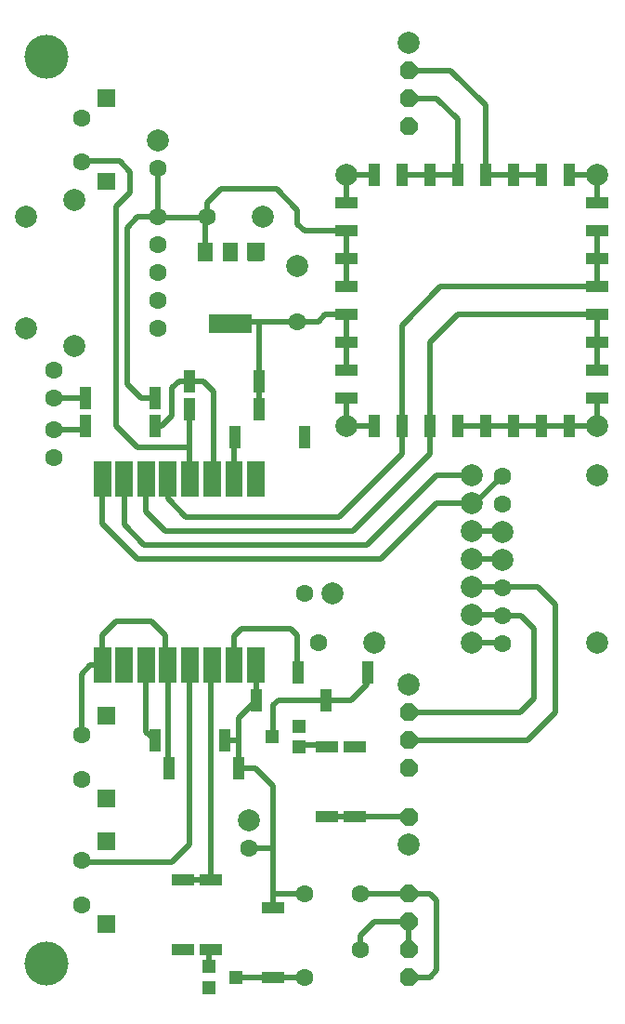
<source format=gbr>
%FSLAX34Y34*%
%MOMM*%
%LNCOPPER_TOP*%
G71*
G01*
%ADD10C, 1.60*%
%ADD11C, 1.60*%
%ADD12C, 1.60*%
%ADD13R, 1.40X1.70*%
%ADD14R, 4.00X1.70*%
%ADD15C, 1.60*%
%ADD16C, 0.50*%
%ADD17R, 1.00X2.00*%
%ADD18R, 1.00X0.80*%
%ADD19R, 1.20X1.20*%
%ADD20C, 2.00*%
%ADD21C, 4.00*%
%ADD22R, 2.00X1.00*%
%ADD23C, 2.00*%
%LPD*%
G36*
X106300Y571625D02*
X122300Y571625D01*
X122300Y539625D01*
X106300Y539625D01*
X106300Y571625D01*
G37*
G36*
X126144Y571625D02*
X142144Y571625D01*
X142144Y539625D01*
X126144Y539625D01*
X126144Y571625D01*
G37*
G36*
X145988Y571625D02*
X161988Y571625D01*
X161988Y539625D01*
X145988Y539625D01*
X145988Y571625D01*
G37*
G36*
X165831Y571625D02*
X181831Y571625D01*
X181831Y539625D01*
X165831Y539625D01*
X165831Y571625D01*
G37*
G36*
X185675Y571625D02*
X201675Y571625D01*
X201675Y539625D01*
X185675Y539625D01*
X185675Y571625D01*
G37*
G36*
X206312Y571625D02*
X222312Y571625D01*
X222312Y539625D01*
X206312Y539625D01*
X206312Y571625D01*
G37*
G36*
X226156Y571625D02*
X242156Y571625D01*
X242156Y539625D01*
X226156Y539625D01*
X226156Y571625D01*
G37*
G36*
X246000Y571625D02*
X262000Y571625D01*
X262000Y539625D01*
X246000Y539625D01*
X246000Y571625D01*
G37*
G36*
X106300Y401762D02*
X122300Y401762D01*
X122300Y369762D01*
X106300Y369762D01*
X106300Y401762D01*
G37*
G36*
X126144Y401762D02*
X142144Y401762D01*
X142144Y369762D01*
X126144Y369762D01*
X126144Y401762D01*
G37*
G36*
X145988Y401762D02*
X161988Y401762D01*
X161988Y369762D01*
X145988Y369762D01*
X145988Y401762D01*
G37*
G36*
X165831Y401762D02*
X181831Y401762D01*
X181831Y369762D01*
X165831Y369762D01*
X165831Y401762D01*
G37*
G36*
X185675Y401762D02*
X201675Y401762D01*
X201675Y369762D01*
X185675Y369762D01*
X185675Y401762D01*
G37*
G36*
X206312Y401762D02*
X222312Y401762D01*
X222312Y369762D01*
X206312Y369762D01*
X206312Y401762D01*
G37*
G36*
X226156Y401762D02*
X242156Y401762D01*
X242156Y369762D01*
X226156Y369762D01*
X226156Y401762D01*
G37*
G36*
X246000Y401762D02*
X262000Y401762D01*
X262000Y369762D01*
X246000Y369762D01*
X246000Y401762D01*
G37*
G36*
X109475Y347725D02*
X125475Y347725D01*
X125475Y331725D01*
X109475Y331725D01*
X109475Y347725D01*
G37*
G36*
X109475Y272319D02*
X125475Y272319D01*
X125475Y256319D01*
X109475Y256319D01*
X109475Y272319D01*
G37*
X95250Y281781D02*
G54D10*
D03*
X95250Y322262D02*
G54D10*
D03*
G36*
X109475Y233425D02*
X125475Y233425D01*
X125475Y217425D01*
X109475Y217425D01*
X109475Y233425D01*
G37*
G36*
X109475Y158019D02*
X125475Y158019D01*
X125475Y142019D01*
X109475Y142019D01*
X109475Y158019D01*
G37*
X95250Y167481D02*
G54D10*
D03*
X95250Y207962D02*
G54D10*
D03*
G36*
X109475Y909700D02*
X125475Y909700D01*
X125475Y893700D01*
X109475Y893700D01*
X109475Y909700D01*
G37*
G36*
X109475Y834294D02*
X125475Y834294D01*
X125475Y818294D01*
X109475Y818294D01*
X109475Y834294D01*
G37*
X95250Y843756D02*
G54D10*
D03*
X95250Y884238D02*
G54D10*
D03*
X165100Y793750D02*
G54D11*
D03*
X165100Y768350D02*
G54D11*
D03*
X165100Y742950D02*
G54D11*
D03*
X165100Y717550D02*
G54D11*
D03*
X165100Y692150D02*
G54D11*
D03*
X95245Y167485D02*
G54D10*
D03*
X95245Y281785D02*
G54D10*
D03*
X95245Y884240D02*
G54D10*
D03*
X478532Y558267D02*
G54D12*
D03*
X478532Y532867D02*
G54D12*
D03*
X478532Y507467D02*
G54D12*
D03*
X478532Y482067D02*
G54D12*
D03*
X478532Y456667D02*
G54D12*
D03*
X478532Y431267D02*
G54D12*
D03*
X478532Y405867D02*
G54D12*
D03*
X254000Y762000D02*
G54D13*
D03*
X231000Y762000D02*
G54D13*
D03*
X208000Y762000D02*
G54D13*
D03*
X231000Y697000D02*
G54D14*
D03*
G36*
X401700Y949180D02*
X397020Y944500D01*
X390380Y944500D01*
X385700Y949180D01*
X385700Y955820D01*
X390380Y960500D01*
X397020Y960500D01*
X401700Y955820D01*
X401700Y949180D01*
G37*
G36*
X401700Y923780D02*
X397020Y919100D01*
X390380Y919100D01*
X385700Y923780D01*
X385700Y930420D01*
X390380Y935100D01*
X397020Y935100D01*
X401700Y930420D01*
X401700Y923780D01*
G37*
G36*
X401700Y898380D02*
X397020Y893700D01*
X390380Y893700D01*
X385700Y898380D01*
X385700Y905020D01*
X390380Y909700D01*
X397020Y909700D01*
X401700Y905020D01*
X401700Y898380D01*
G37*
G36*
X401700Y872980D02*
X397020Y868300D01*
X390380Y868300D01*
X385700Y872980D01*
X385700Y879620D01*
X390380Y884300D01*
X397020Y884300D01*
X401700Y879620D01*
X401700Y872980D01*
G37*
G36*
X401700Y174480D02*
X397020Y169800D01*
X390380Y169800D01*
X385700Y174480D01*
X385700Y181120D01*
X390380Y185800D01*
X397020Y185800D01*
X401700Y181120D01*
X401700Y174480D01*
G37*
G36*
X401700Y149080D02*
X397020Y144400D01*
X390380Y144400D01*
X385700Y149080D01*
X385700Y155720D01*
X390380Y160400D01*
X397020Y160400D01*
X401700Y155720D01*
X401700Y149080D01*
G37*
G36*
X401700Y123680D02*
X397020Y119000D01*
X390380Y119000D01*
X385700Y123680D01*
X385700Y130320D01*
X390380Y135000D01*
X397020Y135000D01*
X401700Y130320D01*
X401700Y123680D01*
G37*
G36*
X401700Y98280D02*
X397020Y93600D01*
X390380Y93600D01*
X385700Y98280D01*
X385700Y104920D01*
X390380Y109600D01*
X397020Y109600D01*
X401700Y104920D01*
X401700Y98280D01*
G37*
G36*
X401700Y244330D02*
X397020Y239650D01*
X390380Y239650D01*
X385700Y244330D01*
X385700Y250970D01*
X390380Y255650D01*
X397020Y255650D01*
X401700Y250970D01*
X401700Y244330D01*
G37*
G36*
X401700Y218930D02*
X397020Y214250D01*
X390380Y214250D01*
X385700Y218930D01*
X385700Y225570D01*
X390380Y230250D01*
X397020Y230250D01*
X401700Y225570D01*
X401700Y218930D01*
G37*
X165100Y863600D02*
G54D15*
D03*
X165100Y838200D02*
G54D15*
D03*
G54D16*
X166183Y793189D02*
X212164Y793189D01*
X212725Y793750D01*
X260350Y793750D02*
G54D12*
D03*
X209550Y793750D02*
G54D12*
D03*
X323850Y450850D02*
G54D15*
D03*
X298450Y450850D02*
G54D15*
D03*
X361950Y406400D02*
G54D12*
D03*
X311150Y406400D02*
G54D12*
D03*
X298450Y101600D02*
G54D15*
D03*
X349250Y127000D02*
G54D15*
D03*
X349250Y177800D02*
G54D15*
D03*
X298450Y177800D02*
G54D15*
D03*
X225425Y317500D02*
G54D17*
D03*
X161925Y317500D02*
G54D17*
D03*
X238125Y292100D02*
G54D17*
D03*
X174625Y292100D02*
G54D17*
D03*
X257175Y644525D02*
G54D17*
D03*
X193675Y644525D02*
G54D17*
D03*
X257175Y619125D02*
G54D17*
D03*
X193675Y619125D02*
G54D17*
D03*
X69850Y628650D02*
G54D11*
D03*
X69850Y654050D02*
G54D11*
D03*
X69850Y600075D02*
G54D11*
D03*
X69850Y574675D02*
G54D11*
D03*
G54D16*
X193675Y555625D02*
X193675Y619125D01*
G54D16*
X257175Y619125D02*
X257175Y695325D01*
X161925Y603250D02*
G54D17*
D03*
X98425Y603250D02*
G54D17*
D03*
X161925Y628650D02*
G54D17*
D03*
X98425Y628650D02*
G54D17*
D03*
G54D16*
X69850Y628650D02*
X98425Y628650D01*
G54D16*
X161925Y628650D02*
X149225Y628650D01*
X136525Y641350D01*
X136525Y784225D01*
X146050Y793750D01*
X165622Y793750D01*
X166183Y793189D01*
X269286Y320950D02*
G54D18*
D03*
X293495Y311425D02*
G54D18*
D03*
X293495Y330475D02*
G54D18*
D03*
X293495Y311425D02*
G54D19*
D03*
X293495Y330475D02*
G54D19*
D03*
X269286Y320950D02*
G54D19*
D03*
X298450Y593725D02*
G54D17*
D03*
X234950Y593725D02*
G54D17*
D03*
G36*
X246000Y571630D02*
X262000Y571630D01*
X262000Y539630D01*
X246000Y539630D01*
X246000Y571630D01*
G37*
G36*
X293450Y603725D02*
X303450Y603725D01*
X303450Y583725D01*
X293450Y583725D01*
X293450Y603725D01*
G37*
X69850Y654050D02*
G54D15*
D03*
X69850Y574675D02*
G54D11*
D03*
G36*
X246000Y770000D02*
X262000Y770000D01*
X262000Y754000D01*
X246000Y754000D01*
X246000Y770000D01*
G37*
X361950Y406400D02*
G54D20*
D03*
X165095Y863600D02*
G54D20*
D03*
X260350Y793750D02*
G54D20*
D03*
X323855Y450855D02*
G54D20*
D03*
G54D16*
X69850Y600075D02*
X95250Y600075D01*
X98425Y603250D01*
X88900Y809625D02*
G54D20*
D03*
X88900Y676275D02*
G54D20*
D03*
X44425Y793750D02*
G54D20*
D03*
X44450Y692150D02*
G54D20*
D03*
X478532Y507467D02*
G54D20*
D03*
X478532Y482067D02*
G54D20*
D03*
X235814Y101914D02*
G54D18*
D03*
X211604Y111439D02*
G54D18*
D03*
X211604Y92389D02*
G54D18*
D03*
X211604Y111439D02*
G54D19*
D03*
X211604Y92389D02*
G54D19*
D03*
X235814Y101914D02*
G54D19*
D03*
G36*
X216604Y87389D02*
X206604Y87389D01*
X206604Y97389D01*
X216604Y97389D01*
X216604Y87389D01*
G37*
G36*
X288498Y325476D02*
X288498Y335476D01*
X298498Y335476D01*
X298498Y325476D01*
X288498Y325476D01*
G37*
G54D16*
X193675Y584200D02*
X146050Y584200D01*
X127000Y603250D01*
X127000Y803275D01*
X139700Y815975D01*
X139700Y835025D01*
X130175Y844550D01*
X96044Y844550D01*
X95250Y843756D01*
G54D16*
X114300Y385762D02*
X103188Y385762D01*
X95250Y377825D01*
X95250Y322262D01*
G54D16*
X193675Y385762D02*
X193675Y222250D01*
X177800Y206375D01*
X96838Y206375D01*
X95250Y207962D01*
X63500Y939800D02*
G54D21*
D03*
G36*
X401700Y364980D02*
X397020Y360300D01*
X390380Y360300D01*
X385700Y364980D01*
X385700Y371620D01*
X390380Y376300D01*
X397020Y376300D01*
X401700Y371620D01*
X401700Y364980D01*
G37*
G36*
X401700Y339580D02*
X397020Y334900D01*
X390380Y334900D01*
X385700Y339580D01*
X385700Y346220D01*
X390380Y350900D01*
X397020Y350900D01*
X401700Y346220D01*
X401700Y339580D01*
G37*
G36*
X401700Y314180D02*
X397020Y309500D01*
X390380Y309500D01*
X385700Y314180D01*
X385700Y320820D01*
X390380Y325500D01*
X397020Y325500D01*
X401700Y320820D01*
X401700Y314180D01*
G37*
G36*
X401700Y288780D02*
X397020Y284100D01*
X390380Y284100D01*
X385700Y288780D01*
X385700Y295420D01*
X390380Y300100D01*
X397020Y300100D01*
X401700Y295420D01*
X401700Y288780D01*
G37*
X336550Y831850D02*
G54D20*
D03*
X565150Y831850D02*
G54D20*
D03*
X565150Y603250D02*
G54D20*
D03*
X336550Y603250D02*
G54D20*
D03*
X361950Y831850D02*
G54D17*
D03*
X387350Y831850D02*
G54D17*
D03*
X412750Y831850D02*
G54D17*
D03*
X438150Y831850D02*
G54D17*
D03*
X463550Y831850D02*
G54D17*
D03*
X488950Y831850D02*
G54D17*
D03*
X514350Y831850D02*
G54D17*
D03*
X539750Y831850D02*
G54D17*
D03*
X361950Y603250D02*
G54D17*
D03*
X387350Y603250D02*
G54D17*
D03*
X412750Y603250D02*
G54D17*
D03*
X438150Y603250D02*
G54D17*
D03*
X463550Y603250D02*
G54D17*
D03*
X488950Y603250D02*
G54D17*
D03*
X514350Y603250D02*
G54D17*
D03*
X539750Y603250D02*
G54D17*
D03*
X336550Y628650D02*
G54D22*
D03*
X336550Y654050D02*
G54D22*
D03*
X336550Y679450D02*
G54D22*
D03*
X336550Y704850D02*
G54D22*
D03*
X336550Y730250D02*
G54D22*
D03*
X336550Y755650D02*
G54D22*
D03*
X336550Y781050D02*
G54D22*
D03*
X336550Y806450D02*
G54D22*
D03*
X565150Y806450D02*
G54D22*
D03*
X565150Y781050D02*
G54D22*
D03*
X565150Y755650D02*
G54D22*
D03*
X565150Y730250D02*
G54D22*
D03*
X565150Y704850D02*
G54D22*
D03*
X565150Y679450D02*
G54D22*
D03*
X565150Y654050D02*
G54D22*
D03*
X565150Y628650D02*
G54D22*
D03*
G54D16*
X165100Y793750D02*
X165100Y838200D01*
X292100Y749300D02*
G54D12*
D03*
X292100Y698500D02*
G54D12*
D03*
G54D16*
X234156Y555625D02*
X234156Y599281D01*
G54D16*
X292100Y698500D02*
X235675Y698500D01*
X234175Y697000D01*
X292100Y749300D02*
G54D20*
D03*
G54D16*
X208000Y762000D02*
X208000Y792200D01*
X209550Y793750D01*
G54D16*
X292100Y698500D02*
X311150Y698500D01*
X317500Y704850D01*
X336550Y704850D01*
X450850Y558800D02*
G54D20*
D03*
X450850Y533400D02*
G54D20*
D03*
X450850Y508000D02*
G54D20*
D03*
X450850Y482600D02*
G54D20*
D03*
X450850Y457200D02*
G54D20*
D03*
X450850Y431800D02*
G54D20*
D03*
X450850Y406400D02*
G54D20*
D03*
G54D16*
X450850Y533400D02*
X453665Y533400D01*
X478532Y558267D01*
G54D16*
X450850Y508000D02*
X477999Y508000D01*
X478532Y507467D01*
G54D16*
X450850Y482600D02*
X477999Y482600D01*
X478532Y482067D01*
G54D16*
X450850Y457200D02*
X477999Y457200D01*
X478532Y456667D01*
G54D16*
X450850Y431800D02*
X477999Y431800D01*
X478532Y431267D01*
G54D16*
X450850Y406400D02*
X477999Y406400D01*
X478532Y405867D01*
G54D16*
X134144Y555625D02*
X134144Y513556D01*
X152400Y495300D01*
X355600Y495300D01*
X419100Y558800D01*
X450850Y558800D01*
G54D16*
X114300Y555625D02*
X114300Y514350D01*
X146050Y482600D01*
X368300Y482600D01*
X419100Y533400D01*
X450850Y533400D01*
G54D16*
X153988Y555625D02*
X153988Y525462D01*
X171450Y508000D01*
X342900Y508000D01*
X412750Y577850D01*
X412750Y603250D01*
G54D16*
X173831Y555625D02*
X173831Y537369D01*
X190500Y520700D01*
X330200Y520700D01*
X387350Y577850D01*
X387350Y603250D01*
G36*
X326550Y811450D02*
X346550Y811450D01*
X346550Y801450D01*
X326550Y801450D01*
X326550Y811450D01*
G37*
G36*
X326550Y786050D02*
X346550Y786050D01*
X346550Y776050D01*
X326550Y776050D01*
X326550Y786050D01*
G37*
G36*
X326550Y760650D02*
X346550Y760650D01*
X346550Y750650D01*
X326550Y750650D01*
X326550Y760650D01*
G37*
G36*
X326550Y735250D02*
X346550Y735250D01*
X346550Y725250D01*
X326550Y725250D01*
X326550Y735250D01*
G37*
G36*
X326550Y709850D02*
X346550Y709850D01*
X346550Y699850D01*
X326550Y699850D01*
X326550Y709850D01*
G37*
G36*
X326550Y684450D02*
X346550Y684450D01*
X346550Y674450D01*
X326550Y674450D01*
X326550Y684450D01*
G37*
G36*
X326550Y659050D02*
X346550Y659050D01*
X346550Y649050D01*
X326550Y649050D01*
X326550Y659050D01*
G37*
G36*
X326550Y633650D02*
X346550Y633650D01*
X346550Y623650D01*
X326550Y623650D01*
X326550Y633650D01*
G37*
G36*
X555150Y811450D02*
X575150Y811450D01*
X575150Y801450D01*
X555150Y801450D01*
X555150Y811450D01*
G37*
G36*
X555150Y786050D02*
X575150Y786050D01*
X575150Y776050D01*
X555150Y776050D01*
X555150Y786050D01*
G37*
G36*
X555150Y760650D02*
X575150Y760650D01*
X575150Y750650D01*
X555150Y750650D01*
X555150Y760650D01*
G37*
G36*
X555150Y735250D02*
X575150Y735250D01*
X575150Y725250D01*
X555150Y725250D01*
X555150Y735250D01*
G37*
G36*
X555150Y709850D02*
X575150Y709850D01*
X575150Y699850D01*
X555150Y699850D01*
X555150Y709850D01*
G37*
G36*
X555150Y684450D02*
X575150Y684450D01*
X575150Y674450D01*
X555150Y674450D01*
X555150Y684450D01*
G37*
G36*
X555150Y659050D02*
X575150Y659050D01*
X575150Y649050D01*
X555150Y649050D01*
X555150Y659050D01*
G37*
G36*
X555150Y633650D02*
X575150Y633650D01*
X575150Y623650D01*
X555150Y623650D01*
X555150Y633650D01*
G37*
G36*
X356950Y613250D02*
X366950Y613250D01*
X366950Y593250D01*
X356950Y593250D01*
X356950Y613250D01*
G37*
G36*
X382350Y613250D02*
X392350Y613250D01*
X392350Y593250D01*
X382350Y593250D01*
X382350Y613250D01*
G37*
G36*
X407750Y613250D02*
X417750Y613250D01*
X417750Y593250D01*
X407750Y593250D01*
X407750Y613250D01*
G37*
G36*
X433150Y613250D02*
X443150Y613250D01*
X443150Y593250D01*
X433150Y593250D01*
X433150Y613250D01*
G37*
G36*
X458550Y613250D02*
X468550Y613250D01*
X468550Y593250D01*
X458550Y593250D01*
X458550Y613250D01*
G37*
G36*
X483950Y613250D02*
X493950Y613250D01*
X493950Y593250D01*
X483950Y593250D01*
X483950Y613250D01*
G37*
G36*
X509350Y613250D02*
X519350Y613250D01*
X519350Y593250D01*
X509350Y593250D01*
X509350Y613250D01*
G37*
G36*
X534750Y613250D02*
X544750Y613250D01*
X544750Y593250D01*
X534750Y593250D01*
X534750Y613250D01*
G37*
G36*
X356950Y841850D02*
X366950Y841850D01*
X366950Y821850D01*
X356950Y821850D01*
X356950Y841850D01*
G37*
G36*
X382350Y841850D02*
X392350Y841850D01*
X392350Y821850D01*
X382350Y821850D01*
X382350Y841850D01*
G37*
G36*
X407750Y841850D02*
X417750Y841850D01*
X417750Y821850D01*
X407750Y821850D01*
X407750Y841850D01*
G37*
G36*
X433150Y841850D02*
X443150Y841850D01*
X443150Y821850D01*
X433150Y821850D01*
X433150Y841850D01*
G37*
G36*
X458550Y841850D02*
X468550Y841850D01*
X468550Y821850D01*
X458550Y821850D01*
X458550Y841850D01*
G37*
G36*
X483950Y841850D02*
X493950Y841850D01*
X493950Y821850D01*
X483950Y821850D01*
X483950Y841850D01*
G37*
G36*
X509350Y841850D02*
X519350Y841850D01*
X519350Y821850D01*
X509350Y821850D01*
X509350Y841850D01*
G37*
G36*
X534750Y841850D02*
X544750Y841850D01*
X544750Y821850D01*
X534750Y821850D01*
X534750Y841850D01*
G37*
G54D16*
X209550Y793750D02*
X209550Y806450D01*
X222250Y819150D01*
X273050Y819150D01*
X292100Y800100D01*
X292100Y787400D01*
X298450Y781050D01*
X336550Y781050D01*
G54D16*
X336550Y806450D02*
X336550Y831850D01*
X361950Y831850D01*
G54D16*
X539750Y831850D02*
X565150Y831850D01*
X565150Y806450D01*
G54D16*
X336550Y628650D02*
X336550Y603250D01*
X361950Y603250D01*
G54D16*
X438150Y603250D02*
X565150Y603250D01*
X565150Y628650D01*
X393700Y952500D02*
G54D20*
D03*
G54D16*
X438150Y831850D02*
X438150Y882650D01*
X419100Y901700D01*
X393700Y901700D01*
G54D16*
X393700Y927100D02*
X431800Y927100D01*
X463550Y895350D01*
X463550Y831850D01*
X393700Y368300D02*
G54D20*
D03*
G54D16*
X478532Y431267D02*
X495833Y431267D01*
X508000Y419100D01*
X508000Y355600D01*
X495300Y342900D01*
X393700Y342900D01*
G54D16*
X393700Y317500D02*
X501650Y317500D01*
X527050Y342900D01*
X527050Y441325D01*
X511175Y457200D01*
X479065Y457200D01*
X478532Y456667D01*
X344534Y248144D02*
G54D22*
D03*
X344534Y311644D02*
G54D22*
D03*
G54D16*
X315959Y248144D02*
X393206Y248144D01*
X393700Y247650D01*
X319134Y248144D02*
G54D22*
D03*
X319134Y311644D02*
G54D22*
D03*
X254404Y353887D02*
G54D17*
D03*
X317904Y353887D02*
G54D17*
D03*
G54D16*
X291031Y312942D02*
X317836Y312942D01*
X319134Y311644D01*
G54D16*
X317904Y353887D02*
X274512Y353887D01*
X269875Y349250D01*
X269875Y321539D01*
X269286Y320950D01*
X292504Y379287D02*
G54D17*
D03*
X356004Y379287D02*
G54D17*
D03*
G54D16*
X317904Y353887D02*
X341187Y353887D01*
X355600Y368300D01*
X355600Y378883D01*
X356004Y379287D01*
G54D16*
X234156Y385762D02*
X234156Y411956D01*
X241300Y419100D01*
X285750Y419100D01*
X292100Y412750D01*
X292100Y379691D01*
X292504Y379287D01*
G54D16*
X254404Y353887D02*
X254404Y380596D01*
X254000Y381000D01*
G36*
X334535Y316640D02*
X354535Y316640D01*
X354535Y306640D01*
X334535Y306640D01*
X334535Y316640D01*
G37*
G54D16*
X173831Y385762D02*
X173831Y292894D01*
X174625Y292100D01*
G54D16*
X153988Y385762D02*
X153988Y325438D01*
X161925Y317500D01*
G54D16*
X225425Y317500D02*
X234950Y317500D01*
G54D16*
X238125Y292100D02*
X238125Y337608D01*
X254404Y353887D01*
X393700Y222250D02*
G54D23*
D03*
G54D16*
X349250Y177800D02*
X393700Y177800D01*
G54D16*
X349250Y127000D02*
X349250Y139700D01*
X361950Y152400D01*
X393700Y152400D01*
G54D16*
X393700Y152400D02*
X393700Y127000D01*
G54D16*
X393700Y177800D02*
X412750Y177800D01*
X419100Y171450D01*
X419100Y107950D01*
X412750Y101600D01*
X393700Y101600D01*
X269875Y101600D02*
G54D22*
D03*
X269875Y165100D02*
G54D22*
D03*
G54D16*
X298450Y177800D02*
X269875Y177800D01*
X269875Y165100D01*
G54D16*
X269875Y101600D02*
X298450Y101600D01*
G54D16*
X269875Y177800D02*
X269875Y276225D01*
X254000Y292100D01*
X238125Y292100D01*
G54D16*
X235814Y101914D02*
X269561Y101914D01*
X269875Y101600D01*
X212725Y127000D02*
G54D22*
D03*
X212725Y190500D02*
G54D22*
D03*
G54D16*
X212725Y190500D02*
X212725Y384175D01*
X214312Y385762D01*
G54D16*
X211604Y111439D02*
X211604Y125879D01*
X212725Y127000D01*
X187325Y127000D02*
G54D22*
D03*
X187325Y190500D02*
G54D22*
D03*
G54D16*
X184150Y190500D02*
X212725Y190500D01*
G36*
X177325Y132000D02*
X197325Y132000D01*
X197325Y122000D01*
X177325Y122000D01*
X177325Y132000D01*
G37*
X63500Y114300D02*
G54D21*
D03*
G54D16*
X161925Y603250D02*
X168275Y603250D01*
X177800Y612775D01*
X177800Y638175D01*
X184150Y644525D01*
X206375Y644525D01*
X215900Y635000D01*
X215900Y557212D01*
X214312Y555625D01*
X247650Y244475D02*
G54D15*
D03*
X247650Y219075D02*
G54D15*
D03*
X247650Y244475D02*
G54D20*
D03*
G54D16*
X247650Y219075D02*
X269875Y219075D01*
G54D16*
X336550Y704850D02*
X336550Y654050D01*
G54D16*
X336550Y781050D02*
X336550Y730250D01*
G54D16*
X387350Y831850D02*
X438150Y831850D01*
G54D16*
X463550Y831850D02*
X514350Y831850D01*
G54D16*
X412750Y603250D02*
X412750Y679450D01*
X438150Y704850D01*
X565150Y704850D01*
G54D16*
X387350Y603250D02*
X387350Y695325D01*
X422275Y730250D01*
X565150Y730250D01*
G54D16*
X565150Y730250D02*
X565150Y781050D01*
G54D16*
X565150Y704850D02*
X565150Y654050D01*
G36*
X223000Y705000D02*
X239000Y705000D01*
X239000Y689000D01*
X223000Y689000D01*
X223000Y705000D01*
G37*
G54D16*
X114300Y385762D02*
X114300Y412750D01*
X127000Y425450D01*
X158750Y425450D01*
X171450Y412750D01*
X171450Y388144D01*
X173831Y385762D01*
X565150Y558800D02*
G54D23*
D03*
X565150Y406400D02*
G54D23*
D03*
M02*

</source>
